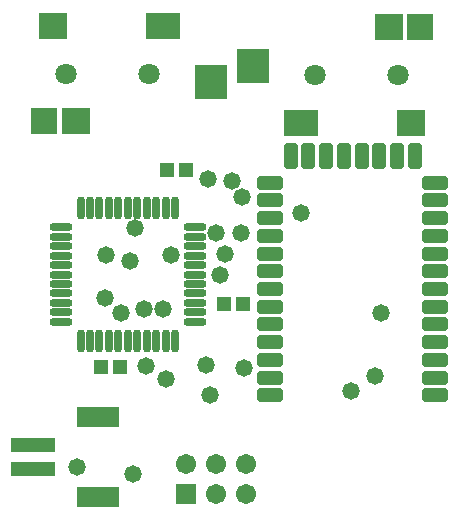
<source format=gbs>
%FSLAX25Y25*%
%MOIN*%
G70*
G01*
G75*
G04 Layer_Color=16711935*
%ADD10P,0.05568X4X345.0*%
%ADD11R,0.03937X0.03937*%
%ADD12R,0.02362X0.04528*%
%ADD13P,0.05568X4X285.0*%
%ADD14R,0.04724X0.07677*%
%ADD15R,0.03740X0.03937*%
G04:AMPARAMS|DCode=16|XSize=74.8mil|YSize=74.8mil|CornerRadius=18.7mil|HoleSize=0mil|Usage=FLASHONLY|Rotation=270.000|XOffset=0mil|YOffset=0mil|HoleType=Round|Shape=RoundedRectangle|*
%AMROUNDEDRECTD16*
21,1,0.07480,0.03740,0,0,270.0*
21,1,0.03740,0.07480,0,0,270.0*
1,1,0.03740,-0.01870,-0.01870*
1,1,0.03740,-0.01870,0.01870*
1,1,0.03740,0.01870,0.01870*
1,1,0.03740,0.01870,-0.01870*
%
%ADD16ROUNDEDRECTD16*%
G04:AMPARAMS|DCode=17|XSize=15.75mil|YSize=53.15mil|CornerRadius=3.94mil|HoleSize=0mil|Usage=FLASHONLY|Rotation=270.000|XOffset=0mil|YOffset=0mil|HoleType=Round|Shape=RoundedRectangle|*
%AMROUNDEDRECTD17*
21,1,0.01575,0.04528,0,0,270.0*
21,1,0.00787,0.05315,0,0,270.0*
1,1,0.00787,-0.02264,-0.00394*
1,1,0.00787,-0.02264,0.00394*
1,1,0.00787,0.02264,0.00394*
1,1,0.00787,0.02264,-0.00394*
%
%ADD17ROUNDEDRECTD17*%
G04:AMPARAMS|DCode=18|XSize=70.87mil|YSize=74.8mil|CornerRadius=17.72mil|HoleSize=0mil|Usage=FLASHONLY|Rotation=270.000|XOffset=0mil|YOffset=0mil|HoleType=Round|Shape=RoundedRectangle|*
%AMROUNDEDRECTD18*
21,1,0.07087,0.03937,0,0,270.0*
21,1,0.03543,0.07480,0,0,270.0*
1,1,0.03543,-0.01969,-0.01772*
1,1,0.03543,-0.01969,0.01772*
1,1,0.03543,0.01969,0.01772*
1,1,0.03543,0.01969,-0.01772*
%
%ADD18ROUNDEDRECTD18*%
G04:AMPARAMS|DCode=19|XSize=82.68mil|YSize=62.99mil|CornerRadius=15.75mil|HoleSize=0mil|Usage=FLASHONLY|Rotation=270.000|XOffset=0mil|YOffset=0mil|HoleType=Round|Shape=RoundedRectangle|*
%AMROUNDEDRECTD19*
21,1,0.08268,0.03150,0,0,270.0*
21,1,0.05118,0.06299,0,0,270.0*
1,1,0.03150,-0.01575,-0.02559*
1,1,0.03150,-0.01575,0.02559*
1,1,0.03150,0.01575,0.02559*
1,1,0.03150,0.01575,-0.02559*
%
%ADD19ROUNDEDRECTD19*%
%ADD20R,0.03937X0.03937*%
G04:AMPARAMS|DCode=21|XSize=83mil|YSize=55mil|CornerRadius=13.75mil|HoleSize=0mil|Usage=FLASHONLY|Rotation=180.000|XOffset=0mil|YOffset=0mil|HoleType=Round|Shape=RoundedRectangle|*
%AMROUNDEDRECTD21*
21,1,0.08300,0.02750,0,0,180.0*
21,1,0.05550,0.05500,0,0,180.0*
1,1,0.02750,-0.02775,0.01375*
1,1,0.02750,0.02775,0.01375*
1,1,0.02750,0.02775,-0.01375*
1,1,0.02750,-0.02775,-0.01375*
%
%ADD21ROUNDEDRECTD21*%
%ADD22R,0.04331X0.02559*%
%ADD23R,0.02559X0.04331*%
%ADD24C,0.02000*%
%ADD25C,0.01500*%
%ADD26C,0.01000*%
%ADD27C,0.06299*%
%ADD28R,0.05906X0.05906*%
%ADD29C,0.05906*%
%ADD30C,0.05000*%
G04:AMPARAMS|DCode=31|XSize=78.74mil|YSize=39.37mil|CornerRadius=7.87mil|HoleSize=0mil|Usage=FLASHONLY|Rotation=0.000|XOffset=0mil|YOffset=0mil|HoleType=Round|Shape=RoundedRectangle|*
%AMROUNDEDRECTD31*
21,1,0.07874,0.02362,0,0,0.0*
21,1,0.06299,0.03937,0,0,0.0*
1,1,0.01575,0.03150,-0.01181*
1,1,0.01575,-0.03150,-0.01181*
1,1,0.01575,-0.03150,0.01181*
1,1,0.01575,0.03150,0.01181*
%
%ADD31ROUNDEDRECTD31*%
G04:AMPARAMS|DCode=32|XSize=39.37mil|YSize=78.74mil|CornerRadius=7.87mil|HoleSize=0mil|Usage=FLASHONLY|Rotation=0.000|XOffset=0mil|YOffset=0mil|HoleType=Round|Shape=RoundedRectangle|*
%AMROUNDEDRECTD32*
21,1,0.03937,0.06299,0,0,0.0*
21,1,0.02362,0.07874,0,0,0.0*
1,1,0.01575,0.01181,-0.03150*
1,1,0.01575,-0.01181,-0.03150*
1,1,0.01575,-0.01181,0.03150*
1,1,0.01575,0.01181,0.03150*
%
%ADD32ROUNDEDRECTD32*%
%ADD33O,0.02165X0.06890*%
%ADD34O,0.06890X0.02165*%
%ADD35R,0.07874X0.08268*%
%ADD36R,0.10236X0.10630*%
%ADD37R,0.10630X0.08268*%
%ADD38R,0.08661X0.08268*%
%ADD39R,0.13780X0.03937*%
%ADD40R,0.13386X0.05906*%
%ADD41R,0.03937X0.03740*%
%ADD42C,0.00984*%
%ADD43C,0.00394*%
%ADD44C,0.00787*%
%ADD45C,0.00100*%
%ADD46P,0.06699X4X345.0*%
%ADD47R,0.04737X0.04737*%
%ADD48R,0.03162X0.05328*%
%ADD49P,0.06699X4X285.0*%
%ADD50R,0.05524X0.08477*%
%ADD51R,0.04540X0.04737*%
G04:AMPARAMS|DCode=52|XSize=82.8mil|YSize=82.8mil|CornerRadius=22.7mil|HoleSize=0mil|Usage=FLASHONLY|Rotation=270.000|XOffset=0mil|YOffset=0mil|HoleType=Round|Shape=RoundedRectangle|*
%AMROUNDEDRECTD52*
21,1,0.08280,0.03740,0,0,270.0*
21,1,0.03740,0.08280,0,0,270.0*
1,1,0.04540,-0.01870,-0.01870*
1,1,0.04540,-0.01870,0.01870*
1,1,0.04540,0.01870,0.01870*
1,1,0.04540,0.01870,-0.01870*
%
%ADD52ROUNDEDRECTD52*%
G04:AMPARAMS|DCode=53|XSize=23.75mil|YSize=61.15mil|CornerRadius=7.94mil|HoleSize=0mil|Usage=FLASHONLY|Rotation=270.000|XOffset=0mil|YOffset=0mil|HoleType=Round|Shape=RoundedRectangle|*
%AMROUNDEDRECTD53*
21,1,0.02375,0.04528,0,0,270.0*
21,1,0.00787,0.06115,0,0,270.0*
1,1,0.01587,-0.02264,-0.00394*
1,1,0.01587,-0.02264,0.00394*
1,1,0.01587,0.02264,0.00394*
1,1,0.01587,0.02264,-0.00394*
%
%ADD53ROUNDEDRECTD53*%
G04:AMPARAMS|DCode=54|XSize=78.87mil|YSize=82.8mil|CornerRadius=21.72mil|HoleSize=0mil|Usage=FLASHONLY|Rotation=270.000|XOffset=0mil|YOffset=0mil|HoleType=Round|Shape=RoundedRectangle|*
%AMROUNDEDRECTD54*
21,1,0.07887,0.03937,0,0,270.0*
21,1,0.03543,0.08280,0,0,270.0*
1,1,0.04343,-0.01969,-0.01772*
1,1,0.04343,-0.01969,0.01772*
1,1,0.04343,0.01969,0.01772*
1,1,0.04343,0.01969,-0.01772*
%
%ADD54ROUNDEDRECTD54*%
G04:AMPARAMS|DCode=55|XSize=90.68mil|YSize=70.99mil|CornerRadius=19.75mil|HoleSize=0mil|Usage=FLASHONLY|Rotation=270.000|XOffset=0mil|YOffset=0mil|HoleType=Round|Shape=RoundedRectangle|*
%AMROUNDEDRECTD55*
21,1,0.09068,0.03150,0,0,270.0*
21,1,0.05118,0.07099,0,0,270.0*
1,1,0.03950,-0.01575,-0.02559*
1,1,0.03950,-0.01575,0.02559*
1,1,0.03950,0.01575,0.02559*
1,1,0.03950,0.01575,-0.02559*
%
%ADD55ROUNDEDRECTD55*%
%ADD56R,0.04737X0.04737*%
G04:AMPARAMS|DCode=57|XSize=91mil|YSize=63mil|CornerRadius=17.75mil|HoleSize=0mil|Usage=FLASHONLY|Rotation=180.000|XOffset=0mil|YOffset=0mil|HoleType=Round|Shape=RoundedRectangle|*
%AMROUNDEDRECTD57*
21,1,0.09100,0.02750,0,0,180.0*
21,1,0.05550,0.06300,0,0,180.0*
1,1,0.03550,-0.02775,0.01375*
1,1,0.03550,0.02775,0.01375*
1,1,0.03550,0.02775,-0.01375*
1,1,0.03550,-0.02775,-0.01375*
%
%ADD57ROUNDEDRECTD57*%
%ADD58R,0.05131X0.03359*%
%ADD59R,0.03359X0.05131*%
%ADD60C,0.07099*%
%ADD61R,0.06706X0.06706*%
%ADD62C,0.06706*%
%ADD63C,0.05800*%
G04:AMPARAMS|DCode=64|XSize=86.74mil|YSize=47.37mil|CornerRadius=11.87mil|HoleSize=0mil|Usage=FLASHONLY|Rotation=0.000|XOffset=0mil|YOffset=0mil|HoleType=Round|Shape=RoundedRectangle|*
%AMROUNDEDRECTD64*
21,1,0.08674,0.02362,0,0,0.0*
21,1,0.06299,0.04737,0,0,0.0*
1,1,0.02375,0.03150,-0.01181*
1,1,0.02375,-0.03150,-0.01181*
1,1,0.02375,-0.03150,0.01181*
1,1,0.02375,0.03150,0.01181*
%
%ADD64ROUNDEDRECTD64*%
G04:AMPARAMS|DCode=65|XSize=47.37mil|YSize=86.74mil|CornerRadius=11.87mil|HoleSize=0mil|Usage=FLASHONLY|Rotation=0.000|XOffset=0mil|YOffset=0mil|HoleType=Round|Shape=RoundedRectangle|*
%AMROUNDEDRECTD65*
21,1,0.04737,0.06299,0,0,0.0*
21,1,0.02362,0.08674,0,0,0.0*
1,1,0.02375,0.01181,-0.03150*
1,1,0.02375,-0.01181,-0.03150*
1,1,0.02375,-0.01181,0.03150*
1,1,0.02375,0.01181,0.03150*
%
%ADD65ROUNDEDRECTD65*%
%ADD66O,0.02965X0.07690*%
%ADD67O,0.07690X0.02965*%
%ADD68R,0.08674X0.09068*%
%ADD69R,0.11036X0.11430*%
%ADD70R,0.11430X0.09068*%
%ADD71R,0.09461X0.09068*%
%ADD72R,0.14579X0.04737*%
%ADD73R,0.14186X0.06706*%
%ADD74R,0.04737X0.04540*%
D60*
X528559Y370000D02*
D03*
X501000D02*
D03*
X417941Y370500D02*
D03*
X445500D02*
D03*
D61*
X458000Y230500D02*
D03*
D62*
Y240500D02*
D03*
X468000Y230500D02*
D03*
Y240500D02*
D03*
X478000Y230500D02*
D03*
Y240500D02*
D03*
D63*
X431000Y295800D02*
D03*
X469100Y303300D02*
D03*
X440100Y237000D02*
D03*
X451300Y268700D02*
D03*
X431300Y309900D02*
D03*
X464600Y273250D02*
D03*
X444700Y273000D02*
D03*
X465400Y335300D02*
D03*
X473400Y334700D02*
D03*
X453000Y310000D02*
D03*
X441000Y318900D02*
D03*
X520800Y269700D02*
D03*
X522900Y290700D02*
D03*
X477300Y272200D02*
D03*
X512900Y264800D02*
D03*
X439200Y308000D02*
D03*
X471000Y310400D02*
D03*
X496100Y324000D02*
D03*
X421700Y239200D02*
D03*
X450400Y292000D02*
D03*
X444000Y292100D02*
D03*
X465900Y263500D02*
D03*
X436100Y290800D02*
D03*
X476585Y329400D02*
D03*
X476100Y317400D02*
D03*
X467800D02*
D03*
D64*
X485941Y263244D02*
D03*
Y269150D02*
D03*
Y275055D02*
D03*
Y280961D02*
D03*
Y286866D02*
D03*
Y292772D02*
D03*
Y298677D02*
D03*
Y304583D02*
D03*
Y310488D02*
D03*
Y316394D02*
D03*
Y322299D02*
D03*
Y328205D02*
D03*
Y334110D02*
D03*
X541059D02*
D03*
Y328205D02*
D03*
Y322299D02*
D03*
Y316394D02*
D03*
Y310488D02*
D03*
Y304583D02*
D03*
Y298677D02*
D03*
Y292772D02*
D03*
Y286866D02*
D03*
Y280961D02*
D03*
Y275055D02*
D03*
Y269150D02*
D03*
Y263244D02*
D03*
D65*
X492831Y342969D02*
D03*
X498736D02*
D03*
X504642D02*
D03*
X510547D02*
D03*
X516453D02*
D03*
X522358D02*
D03*
X528264D02*
D03*
X534169D02*
D03*
D66*
X422752Y325744D02*
D03*
X425902D02*
D03*
X429051D02*
D03*
X432201D02*
D03*
X435350D02*
D03*
X438500D02*
D03*
X441650D02*
D03*
X444799D02*
D03*
X447949D02*
D03*
X451098D02*
D03*
X454248D02*
D03*
Y281256D02*
D03*
X451098D02*
D03*
X447949D02*
D03*
X444799D02*
D03*
X441650D02*
D03*
X438500D02*
D03*
X435350D02*
D03*
X432201D02*
D03*
X429051D02*
D03*
X425902D02*
D03*
X422752D02*
D03*
D67*
X460744Y319248D02*
D03*
Y316098D02*
D03*
Y312949D02*
D03*
Y309799D02*
D03*
Y306650D02*
D03*
Y303500D02*
D03*
Y300350D02*
D03*
Y297201D02*
D03*
Y294051D02*
D03*
Y290902D02*
D03*
Y287752D02*
D03*
X416256D02*
D03*
Y290902D02*
D03*
Y294051D02*
D03*
Y297201D02*
D03*
Y300350D02*
D03*
Y303500D02*
D03*
Y306650D02*
D03*
Y309799D02*
D03*
Y312949D02*
D03*
Y316098D02*
D03*
Y319248D02*
D03*
D68*
X536039Y385945D02*
D03*
X410461Y354555D02*
D03*
D69*
X480134Y372953D02*
D03*
X466366Y367547D02*
D03*
D70*
X496276Y354055D02*
D03*
X450224Y386445D02*
D03*
D71*
X532890Y354055D02*
D03*
X525410Y385945D02*
D03*
X413610Y386445D02*
D03*
X421091Y354555D02*
D03*
D72*
X406847Y246626D02*
D03*
Y238752D02*
D03*
D73*
X428500Y255878D02*
D03*
Y229500D02*
D03*
D74*
X470550Y293700D02*
D03*
X476850D02*
D03*
X429550Y272800D02*
D03*
X435850D02*
D03*
X451650Y338500D02*
D03*
X457950D02*
D03*
M02*

</source>
